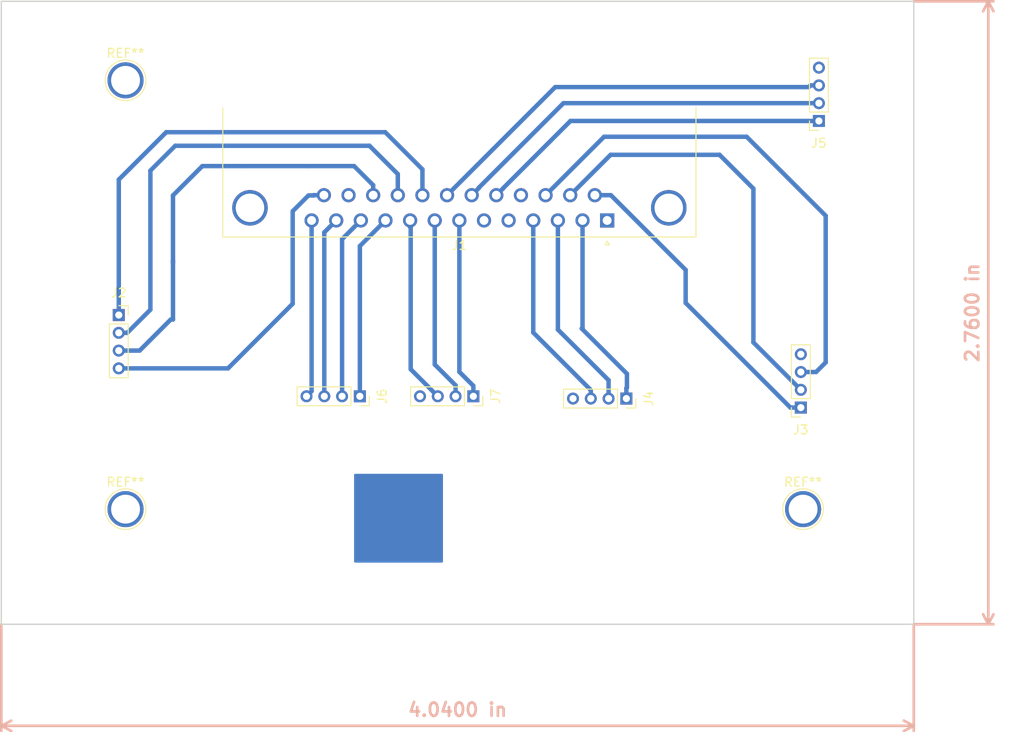
<source format=kicad_pcb>
(kicad_pcb (version 20171130) (host pcbnew 5.0.1-33cea8e~68~ubuntu16.04.1)

  (general
    (thickness 1.6)
    (drawings 7)
    (tracks 90)
    (zones 0)
    (modules 10)
    (nets 30)
  )

  (page A4)
  (title_block
    (title "Placa do elevador - DB25 MACHO")
    (date 2018-11-08)
    (company "Arthur Lorencini Bergamaschi")
    (comment 1 UFES)
  )

  (layers
    (0 F.Cu signal)
    (31 B.Cu signal)
    (32 B.Adhes user)
    (33 F.Adhes user)
    (34 B.Paste user)
    (35 F.Paste user)
    (36 B.SilkS user)
    (37 F.SilkS user)
    (38 B.Mask user)
    (39 F.Mask user)
    (40 Dwgs.User user)
    (41 Cmts.User user)
    (42 Eco1.User user)
    (43 Eco2.User user)
    (44 Edge.Cuts user)
    (45 Margin user)
    (46 B.CrtYd user)
    (47 F.CrtYd user)
    (48 B.Fab user)
    (49 F.Fab user)
  )

  (setup
    (last_trace_width 0.5)
    (trace_clearance 0.2)
    (zone_clearance 0.508)
    (zone_45_only no)
    (trace_min 0.2)
    (segment_width 0.2)
    (edge_width 0.15)
    (via_size 0.8)
    (via_drill 0.4)
    (via_min_size 0.4)
    (via_min_drill 0.3)
    (uvia_size 0.3)
    (uvia_drill 0.1)
    (uvias_allowed no)
    (uvia_min_size 0.2)
    (uvia_min_drill 0.1)
    (pcb_text_width 0.3)
    (pcb_text_size 1.5 1.5)
    (mod_edge_width 0.15)
    (mod_text_size 1 1)
    (mod_text_width 0.15)
    (pad_size 4 4)
    (pad_drill 3.2)
    (pad_to_mask_clearance 0.2)
    (solder_mask_min_width 0.25)
    (aux_axis_origin 0 0)
    (grid_origin 100.33 106.934)
    (visible_elements 7FFFFFFF)
    (pcbplotparams
      (layerselection 0x010fc_ffffffff)
      (usegerberextensions false)
      (usegerberattributes false)
      (usegerberadvancedattributes false)
      (creategerberjobfile false)
      (excludeedgelayer false)
      (linewidth 0.100000)
      (plotframeref false)
      (viasonmask false)
      (mode 1)
      (useauxorigin false)
      (hpglpennumber 1)
      (hpglpenspeed 20)
      (hpglpendiameter 15.000000)
      (psnegative false)
      (psa4output false)
      (plotreference true)
      (plotvalue true)
      (plotinvisibletext false)
      (padsonsilk false)
      (subtractmaskfromsilk false)
      (outputformat 4)
      (mirror false)
      (drillshape 0)
      (scaleselection 1)
      (outputdirectory "output/pdf/"))
  )

  (net 0 "")
  (net 1 "Net-(J1-Pad1)")
  (net 2 "Net-(J1-Pad5)")
  (net 3 "Net-(J1-Pad6)")
  (net 4 "Net-(J1-Pad17)")
  (net 5 "Net-(J1-Pad24)")
  (net 6 "Net-(J5-Pad4)")
  (net 7 "Net-(J7-Pad4)")
  (net 8 B2)
  (net 9 B4)
  (net 10 B1)
  (net 11 L4)
  (net 12 L6)
  (net 13 M1)
  (net 14 L2)
  (net 15 L5)
  (net 16 L3)
  (net 17 L1)
  (net 18 B6)
  (net 19 B3)
  (net 20 B5)
  (net 21 LC)
  (net 22 Sensor)
  (net 23 M2)
  (net 24 +5V)
  (net 25 +5VA)
  (net 26 +12V)
  (net 27 GND)
  (net 28 "Net-(J3-Pad4)")
  (net 29 "Net-(J4-Pad4)")

  (net_class Default "This is the default net class."
    (clearance 0.2)
    (trace_width 0.5)
    (via_dia 0.8)
    (via_drill 0.4)
    (uvia_dia 0.3)
    (uvia_drill 0.1)
    (add_net +12V)
    (add_net +5V)
    (add_net +5VA)
    (add_net B1)
    (add_net B2)
    (add_net B3)
    (add_net B4)
    (add_net B5)
    (add_net B6)
    (add_net GND)
    (add_net L1)
    (add_net L2)
    (add_net L3)
    (add_net L4)
    (add_net L5)
    (add_net L6)
    (add_net LC)
    (add_net M1)
    (add_net M2)
    (add_net "Net-(J1-Pad1)")
    (add_net "Net-(J1-Pad17)")
    (add_net "Net-(J1-Pad24)")
    (add_net "Net-(J1-Pad5)")
    (add_net "Net-(J1-Pad6)")
    (add_net "Net-(J3-Pad4)")
    (add_net "Net-(J4-Pad4)")
    (add_net "Net-(J5-Pad4)")
    (add_net "Net-(J7-Pad4)")
    (add_net Sensor)
  )

  (net_class POWER ""
    (clearance 0.2)
    (trace_width 0.8)
    (via_dia 0.8)
    (via_drill 0.4)
    (uvia_dia 0.3)
    (uvia_drill 0.1)
  )

  (module Connectors:1pin (layer F.Cu) (tedit 5BE44C85) (tstamp 5BE44DDE)
    (at 114.3 45.72)
    (descr "module 1 pin (ou trou mecanique de percage)")
    (tags DEV)
    (fp_text reference REF** (at 0 -3.048) (layer F.SilkS)
      (effects (font (size 1 1) (thickness 0.15)))
    )
    (fp_text value 1pin (at 0 3) (layer F.Fab)
      (effects (font (size 1 1) (thickness 0.15)))
    )
    (fp_circle (center 0 0) (end 2 0.8) (layer F.Fab) (width 0.1))
    (fp_circle (center 0 0) (end 2.6 0) (layer F.CrtYd) (width 0.05))
    (fp_circle (center 0 0) (end 0 -2.286) (layer F.SilkS) (width 0.12))
    (pad 1 thru_hole circle (at 0 0) (size 4.064 4.064) (drill 3.248) (layers *.Cu *.Mask))
  )

  (module Connectors:1pin (layer F.Cu) (tedit 5BE44C85) (tstamp 5BE44D17)
    (at 114.3 93.98)
    (descr "module 1 pin (ou trou mecanique de percage)")
    (tags DEV)
    (fp_text reference REF** (at 0 -3.048) (layer F.SilkS)
      (effects (font (size 1 1) (thickness 0.15)))
    )
    (fp_text value 1pin (at 0 3) (layer F.Fab)
      (effects (font (size 1 1) (thickness 0.15)))
    )
    (fp_circle (center 0 0) (end 0 -2.286) (layer F.SilkS) (width 0.12))
    (fp_circle (center 0 0) (end 2.6 0) (layer F.CrtYd) (width 0.05))
    (fp_circle (center 0 0) (end 2 0.8) (layer F.Fab) (width 0.1))
    (pad 1 thru_hole circle (at 0 0) (size 4.064 4.064) (drill 3.248) (layers *.Cu *.Mask))
  )

  (module Connector_Dsub:DSUB-25_Male_Horizontal_P2.77x2.84mm_EdgePinOffset9.90mm_Housed_MountingHolesOffset11.32mm (layer F.Cu) (tedit 59FEDEE2) (tstamp 5BD0A4D7)
    (at 168.463001 61.488339 180)
    (descr "25-pin D-Sub connector, horizontal/angled (90 deg), THT-mount, male, pitch 2.77x2.84mm, pin-PCB-offset 9.9mm, distance of mounting holes 47.1mm, distance of mounting holes to PCB edge 11.32mm, see https://disti-assets.s3.amazonaws.com/tonar/files/datasheets/16730.pdf")
    (tags "25-pin D-Sub connector horizontal angled 90deg THT male pitch 2.77x2.84mm pin-PCB-offset 9.9mm mounting-holes-distance 47.1mm mounting-hole-offset 47.1mm")
    (path /5BBD7A36)
    (fp_text reference J1 (at 16.62 -2.8 180) (layer F.SilkS)
      (effects (font (size 1 1) (thickness 0.15)))
    )
    (fp_text value DB25_Male (at 16.62 20.64 180) (layer F.Fab)
      (effects (font (size 1 1) (thickness 0.15)))
    )
    (fp_text user %R (at 16.62 16.14 180) (layer F.Fab)
      (effects (font (size 1 1) (thickness 0.15)))
    )
    (fp_line (start 43.7 -2.35) (end -10.45 -2.35) (layer F.CrtYd) (width 0.05))
    (fp_line (start 43.7 19.65) (end 43.7 -2.35) (layer F.CrtYd) (width 0.05))
    (fp_line (start -10.45 19.65) (end 43.7 19.65) (layer F.CrtYd) (width 0.05))
    (fp_line (start -10.45 -2.35) (end -10.45 19.65) (layer F.CrtYd) (width 0.05))
    (fp_line (start 0 -2.321325) (end -0.25 -2.754338) (layer F.SilkS) (width 0.12))
    (fp_line (start 0.25 -2.754338) (end 0 -2.321325) (layer F.SilkS) (width 0.12))
    (fp_line (start -0.25 -2.754338) (end 0.25 -2.754338) (layer F.SilkS) (width 0.12))
    (fp_line (start 43.23 -1.86) (end 43.23 12.68) (layer F.SilkS) (width 0.12))
    (fp_line (start -9.99 -1.86) (end 43.23 -1.86) (layer F.SilkS) (width 0.12))
    (fp_line (start -9.99 12.68) (end -9.99 -1.86) (layer F.SilkS) (width 0.12))
    (fp_line (start 41.77 12.74) (end 41.77 1.42) (layer F.Fab) (width 0.1))
    (fp_line (start 38.57 12.74) (end 38.57 1.42) (layer F.Fab) (width 0.1))
    (fp_line (start -5.33 12.74) (end -5.33 1.42) (layer F.Fab) (width 0.1))
    (fp_line (start -8.53 12.74) (end -8.53 1.42) (layer F.Fab) (width 0.1))
    (fp_line (start 42.67 13.14) (end 37.67 13.14) (layer F.Fab) (width 0.1))
    (fp_line (start 42.67 18.14) (end 42.67 13.14) (layer F.Fab) (width 0.1))
    (fp_line (start 37.67 18.14) (end 42.67 18.14) (layer F.Fab) (width 0.1))
    (fp_line (start 37.67 13.14) (end 37.67 18.14) (layer F.Fab) (width 0.1))
    (fp_line (start -4.43 13.14) (end -9.43 13.14) (layer F.Fab) (width 0.1))
    (fp_line (start -4.43 18.14) (end -4.43 13.14) (layer F.Fab) (width 0.1))
    (fp_line (start -9.43 18.14) (end -4.43 18.14) (layer F.Fab) (width 0.1))
    (fp_line (start -9.43 13.14) (end -9.43 18.14) (layer F.Fab) (width 0.1))
    (fp_line (start 35.77 13.14) (end -2.53 13.14) (layer F.Fab) (width 0.1))
    (fp_line (start 35.77 19.14) (end 35.77 13.14) (layer F.Fab) (width 0.1))
    (fp_line (start -2.53 19.14) (end 35.77 19.14) (layer F.Fab) (width 0.1))
    (fp_line (start -2.53 13.14) (end -2.53 19.14) (layer F.Fab) (width 0.1))
    (fp_line (start 43.17 12.74) (end -9.93 12.74) (layer F.Fab) (width 0.1))
    (fp_line (start 43.17 13.14) (end 43.17 12.74) (layer F.Fab) (width 0.1))
    (fp_line (start -9.93 13.14) (end 43.17 13.14) (layer F.Fab) (width 0.1))
    (fp_line (start -9.93 12.74) (end -9.93 13.14) (layer F.Fab) (width 0.1))
    (fp_line (start 43.17 -1.8) (end -9.93 -1.8) (layer F.Fab) (width 0.1))
    (fp_line (start 43.17 12.74) (end 43.17 -1.8) (layer F.Fab) (width 0.1))
    (fp_line (start -9.93 12.74) (end 43.17 12.74) (layer F.Fab) (width 0.1))
    (fp_line (start -9.93 -1.8) (end -9.93 12.74) (layer F.Fab) (width 0.1))
    (fp_arc (start 40.17 1.42) (end 38.57 1.42) (angle 180) (layer F.Fab) (width 0.1))
    (fp_arc (start -6.93 1.42) (end -8.53 1.42) (angle 180) (layer F.Fab) (width 0.1))
    (pad 0 thru_hole circle (at 40.17 1.42 180) (size 4 4) (drill 3.2) (layers *.Cu *.Mask))
    (pad 0 thru_hole circle (at -6.93 1.42 180) (size 4 4) (drill 3.2) (layers *.Cu *.Mask))
    (pad 25 thru_hole circle (at 31.855 2.84 180) (size 1.6 1.6) (drill 1) (layers *.Cu *.Mask)
      (net 27 GND))
    (pad 24 thru_hole circle (at 29.085 2.84 180) (size 1.6 1.6) (drill 1) (layers *.Cu *.Mask)
      (net 5 "Net-(J1-Pad24)"))
    (pad 23 thru_hole circle (at 26.315 2.84 180) (size 1.6 1.6) (drill 1) (layers *.Cu *.Mask)
      (net 26 +12V))
    (pad 22 thru_hole circle (at 23.545 2.84 180) (size 1.6 1.6) (drill 1) (layers *.Cu *.Mask)
      (net 25 +5VA))
    (pad 21 thru_hole circle (at 20.775 2.84 180) (size 1.6 1.6) (drill 1) (layers *.Cu *.Mask)
      (net 24 +5V))
    (pad 20 thru_hole circle (at 18.005 2.84 180) (size 1.6 1.6) (drill 1) (layers *.Cu *.Mask)
      (net 23 M2))
    (pad 19 thru_hole circle (at 15.235 2.84 180) (size 1.6 1.6) (drill 1) (layers *.Cu *.Mask)
      (net 22 Sensor))
    (pad 18 thru_hole circle (at 12.465 2.84 180) (size 1.6 1.6) (drill 1) (layers *.Cu *.Mask)
      (net 21 LC))
    (pad 17 thru_hole circle (at 9.695 2.84 180) (size 1.6 1.6) (drill 1) (layers *.Cu *.Mask)
      (net 4 "Net-(J1-Pad17)"))
    (pad 16 thru_hole circle (at 6.925 2.84 180) (size 1.6 1.6) (drill 1) (layers *.Cu *.Mask)
      (net 20 B5))
    (pad 15 thru_hole circle (at 4.155 2.84 180) (size 1.6 1.6) (drill 1) (layers *.Cu *.Mask)
      (net 19 B3))
    (pad 14 thru_hole circle (at 1.385 2.84 180) (size 1.6 1.6) (drill 1) (layers *.Cu *.Mask)
      (net 18 B6))
    (pad 13 thru_hole circle (at 33.24 0 180) (size 1.6 1.6) (drill 1) (layers *.Cu *.Mask)
      (net 17 L1))
    (pad 12 thru_hole circle (at 30.47 0 180) (size 1.6 1.6) (drill 1) (layers *.Cu *.Mask)
      (net 16 L3))
    (pad 11 thru_hole circle (at 27.7 0 180) (size 1.6 1.6) (drill 1) (layers *.Cu *.Mask)
      (net 15 L5))
    (pad 10 thru_hole circle (at 24.93 0 180) (size 1.6 1.6) (drill 1) (layers *.Cu *.Mask)
      (net 14 L2))
    (pad 9 thru_hole circle (at 22.16 0 180) (size 1.6 1.6) (drill 1) (layers *.Cu *.Mask)
      (net 13 M1))
    (pad 8 thru_hole circle (at 19.39 0 180) (size 1.6 1.6) (drill 1) (layers *.Cu *.Mask)
      (net 12 L6))
    (pad 7 thru_hole circle (at 16.62 0 180) (size 1.6 1.6) (drill 1) (layers *.Cu *.Mask)
      (net 11 L4))
    (pad 6 thru_hole circle (at 13.85 0 180) (size 1.6 1.6) (drill 1) (layers *.Cu *.Mask)
      (net 3 "Net-(J1-Pad6)"))
    (pad 5 thru_hole circle (at 11.08 0 180) (size 1.6 1.6) (drill 1) (layers *.Cu *.Mask)
      (net 2 "Net-(J1-Pad5)"))
    (pad 4 thru_hole circle (at 8.31 0 180) (size 1.6 1.6) (drill 1) (layers *.Cu *.Mask)
      (net 10 B1))
    (pad 3 thru_hole circle (at 5.54 0 180) (size 1.6 1.6) (drill 1) (layers *.Cu *.Mask)
      (net 9 B4))
    (pad 2 thru_hole circle (at 2.77 0 180) (size 1.6 1.6) (drill 1) (layers *.Cu *.Mask)
      (net 8 B2))
    (pad 1 thru_hole rect (at 0 0 180) (size 1.6 1.6) (drill 1) (layers *.Cu *.Mask)
      (net 1 "Net-(J1-Pad1)"))
    (model ${KISYS3DMOD}/Connector_Dsub.3dshapes/DSUB-25_Male_Horizontal_P2.77x2.84mm_EdgePinOffset9.90mm_Housed_MountingHolesOffset11.32mm.wrl
      (at (xyz 0 0 0))
      (scale (xyz 1 1 1))
      (rotate (xyz 0 0 0))
    )
  )

  (module Connector_PinSocket_2.00mm:PinSocket_1x04_P2.00mm_Vertical (layer F.Cu) (tedit 5A19A425) (tstamp 5BD0A421)
    (at 113.538 72.136)
    (descr "Through hole straight socket strip, 1x04, 2.00mm pitch, single row (from Kicad 4.0.7), script generated")
    (tags "Through hole socket strip THT 1x04 2.00mm single row")
    (path /5BBD5659)
    (fp_text reference J2 (at 0 -2.5) (layer F.SilkS)
      (effects (font (size 1 1) (thickness 0.15)))
    )
    (fp_text value Conn_01x04 (at 0 8.5) (layer F.Fab)
      (effects (font (size 1 1) (thickness 0.15)))
    )
    (fp_text user %R (at 0 3 90) (layer F.Fab)
      (effects (font (size 1 1) (thickness 0.15)))
    )
    (fp_line (start -1.5 7.5) (end -1.5 -1.5) (layer F.CrtYd) (width 0.05))
    (fp_line (start 1.5 7.5) (end -1.5 7.5) (layer F.CrtYd) (width 0.05))
    (fp_line (start 1.5 -1.5) (end 1.5 7.5) (layer F.CrtYd) (width 0.05))
    (fp_line (start -1.5 -1.5) (end 1.5 -1.5) (layer F.CrtYd) (width 0.05))
    (fp_line (start 0 -1.06) (end 1.06 -1.06) (layer F.SilkS) (width 0.12))
    (fp_line (start 1.06 -1.06) (end 1.06 0) (layer F.SilkS) (width 0.12))
    (fp_line (start 1.06 1) (end 1.06 7.06) (layer F.SilkS) (width 0.12))
    (fp_line (start -1.06 7.06) (end 1.06 7.06) (layer F.SilkS) (width 0.12))
    (fp_line (start -1.06 1) (end -1.06 7.06) (layer F.SilkS) (width 0.12))
    (fp_line (start -1.06 1) (end 1.06 1) (layer F.SilkS) (width 0.12))
    (fp_line (start -1 7) (end -1 -1) (layer F.Fab) (width 0.1))
    (fp_line (start 1 7) (end -1 7) (layer F.Fab) (width 0.1))
    (fp_line (start 1 -0.5) (end 1 7) (layer F.Fab) (width 0.1))
    (fp_line (start 0.5 -1) (end 1 -0.5) (layer F.Fab) (width 0.1))
    (fp_line (start -1 -1) (end 0.5 -1) (layer F.Fab) (width 0.1))
    (pad 4 thru_hole oval (at 0 6) (size 1.35 1.35) (drill 0.8) (layers *.Cu *.Mask)
      (net 27 GND))
    (pad 3 thru_hole oval (at 0 4) (size 1.35 1.35) (drill 0.8) (layers *.Cu *.Mask)
      (net 26 +12V))
    (pad 2 thru_hole oval (at 0 2) (size 1.35 1.35) (drill 0.8) (layers *.Cu *.Mask)
      (net 25 +5VA))
    (pad 1 thru_hole rect (at 0 0) (size 1.35 1.35) (drill 0.8) (layers *.Cu *.Mask)
      (net 24 +5V))
    (model ${KISYS3DMOD}/Connector_PinSocket_2.00mm.3dshapes/PinSocket_1x04_P2.00mm_Vertical.wrl
      (at (xyz 0 0 0))
      (scale (xyz 1 1 1))
      (rotate (xyz 0 0 0))
    )
  )

  (module Connector_PinSocket_2.00mm:PinSocket_1x04_P2.00mm_Vertical (layer F.Cu) (tedit 5A19A425) (tstamp 5BD0A5BF)
    (at 190.246 82.55 180)
    (descr "Through hole straight socket strip, 1x04, 2.00mm pitch, single row (from Kicad 4.0.7), script generated")
    (tags "Through hole socket strip THT 1x04 2.00mm single row")
    (path /5BBD5423)
    (fp_text reference J3 (at 0 -2.5 180) (layer F.SilkS)
      (effects (font (size 1 1) (thickness 0.15)))
    )
    (fp_text value Conn_01x04 (at 0 8.5 180) (layer F.Fab)
      (effects (font (size 1 1) (thickness 0.15)))
    )
    (fp_line (start -1 -1) (end 0.5 -1) (layer F.Fab) (width 0.1))
    (fp_line (start 0.5 -1) (end 1 -0.5) (layer F.Fab) (width 0.1))
    (fp_line (start 1 -0.5) (end 1 7) (layer F.Fab) (width 0.1))
    (fp_line (start 1 7) (end -1 7) (layer F.Fab) (width 0.1))
    (fp_line (start -1 7) (end -1 -1) (layer F.Fab) (width 0.1))
    (fp_line (start -1.06 1) (end 1.06 1) (layer F.SilkS) (width 0.12))
    (fp_line (start -1.06 1) (end -1.06 7.06) (layer F.SilkS) (width 0.12))
    (fp_line (start -1.06 7.06) (end 1.06 7.06) (layer F.SilkS) (width 0.12))
    (fp_line (start 1.06 1) (end 1.06 7.06) (layer F.SilkS) (width 0.12))
    (fp_line (start 1.06 -1.06) (end 1.06 0) (layer F.SilkS) (width 0.12))
    (fp_line (start 0 -1.06) (end 1.06 -1.06) (layer F.SilkS) (width 0.12))
    (fp_line (start -1.5 -1.5) (end 1.5 -1.5) (layer F.CrtYd) (width 0.05))
    (fp_line (start 1.5 -1.5) (end 1.5 7.5) (layer F.CrtYd) (width 0.05))
    (fp_line (start 1.5 7.5) (end -1.5 7.5) (layer F.CrtYd) (width 0.05))
    (fp_line (start -1.5 7.5) (end -1.5 -1.5) (layer F.CrtYd) (width 0.05))
    (fp_text user %R (at 0 3 270) (layer F.Fab)
      (effects (font (size 1 1) (thickness 0.15)))
    )
    (pad 1 thru_hole rect (at 0 0 180) (size 1.35 1.35) (drill 0.8) (layers *.Cu *.Mask)
      (net 18 B6))
    (pad 2 thru_hole oval (at 0 2 180) (size 1.35 1.35) (drill 0.8) (layers *.Cu *.Mask)
      (net 19 B3))
    (pad 3 thru_hole oval (at 0 4 180) (size 1.35 1.35) (drill 0.8) (layers *.Cu *.Mask)
      (net 20 B5))
    (pad 4 thru_hole oval (at 0 6 180) (size 1.35 1.35) (drill 0.8) (layers *.Cu *.Mask)
      (net 28 "Net-(J3-Pad4)"))
    (model ${KISYS3DMOD}/Connector_PinSocket_2.00mm.3dshapes/PinSocket_1x04_P2.00mm_Vertical.wrl
      (at (xyz 0 0 0))
      (scale (xyz 1 1 1))
      (rotate (xyz 0 0 0))
    )
  )

  (module Connector_PinSocket_2.00mm:PinSocket_1x04_P2.00mm_Vertical (layer F.Cu) (tedit 5A19A425) (tstamp 5BD0A3CD)
    (at 170.624 81.534 270)
    (descr "Through hole straight socket strip, 1x04, 2.00mm pitch, single row (from Kicad 4.0.7), script generated")
    (tags "Through hole socket strip THT 1x04 2.00mm single row")
    (path /5BBD5485)
    (fp_text reference J4 (at 0 -2.5 270) (layer F.SilkS)
      (effects (font (size 1 1) (thickness 0.15)))
    )
    (fp_text value Conn_01x04 (at 0 8.5 270) (layer F.Fab)
      (effects (font (size 1 1) (thickness 0.15)))
    )
    (fp_text user %R (at 0 3) (layer F.Fab)
      (effects (font (size 1 1) (thickness 0.15)))
    )
    (fp_line (start -1.5 7.5) (end -1.5 -1.5) (layer F.CrtYd) (width 0.05))
    (fp_line (start 1.5 7.5) (end -1.5 7.5) (layer F.CrtYd) (width 0.05))
    (fp_line (start 1.5 -1.5) (end 1.5 7.5) (layer F.CrtYd) (width 0.05))
    (fp_line (start -1.5 -1.5) (end 1.5 -1.5) (layer F.CrtYd) (width 0.05))
    (fp_line (start 0 -1.06) (end 1.06 -1.06) (layer F.SilkS) (width 0.12))
    (fp_line (start 1.06 -1.06) (end 1.06 0) (layer F.SilkS) (width 0.12))
    (fp_line (start 1.06 1) (end 1.06 7.06) (layer F.SilkS) (width 0.12))
    (fp_line (start -1.06 7.06) (end 1.06 7.06) (layer F.SilkS) (width 0.12))
    (fp_line (start -1.06 1) (end -1.06 7.06) (layer F.SilkS) (width 0.12))
    (fp_line (start -1.06 1) (end 1.06 1) (layer F.SilkS) (width 0.12))
    (fp_line (start -1 7) (end -1 -1) (layer F.Fab) (width 0.1))
    (fp_line (start 1 7) (end -1 7) (layer F.Fab) (width 0.1))
    (fp_line (start 1 -0.5) (end 1 7) (layer F.Fab) (width 0.1))
    (fp_line (start 0.5 -1) (end 1 -0.5) (layer F.Fab) (width 0.1))
    (fp_line (start -1 -1) (end 0.5 -1) (layer F.Fab) (width 0.1))
    (pad 4 thru_hole oval (at 0 6 270) (size 1.35 1.35) (drill 0.8) (layers *.Cu *.Mask)
      (net 29 "Net-(J4-Pad4)"))
    (pad 3 thru_hole oval (at 0 4 270) (size 1.35 1.35) (drill 0.8) (layers *.Cu *.Mask)
      (net 10 B1))
    (pad 2 thru_hole oval (at 0 2 270) (size 1.35 1.35) (drill 0.8) (layers *.Cu *.Mask)
      (net 9 B4))
    (pad 1 thru_hole rect (at 0 0 270) (size 1.35 1.35) (drill 0.8) (layers *.Cu *.Mask)
      (net 8 B2))
    (model ${KISYS3DMOD}/Connector_PinSocket_2.00mm.3dshapes/PinSocket_1x04_P2.00mm_Vertical.wrl
      (at (xyz 0 0 0))
      (scale (xyz 1 1 1))
      (rotate (xyz 0 0 0))
    )
  )

  (module Connector_PinSocket_2.00mm:PinSocket_1x04_P2.00mm_Vertical (layer F.Cu) (tedit 5A19A425) (tstamp 5BD0A298)
    (at 192.278 50.292 180)
    (descr "Through hole straight socket strip, 1x04, 2.00mm pitch, single row (from Kicad 4.0.7), script generated")
    (tags "Through hole socket strip THT 1x04 2.00mm single row")
    (path /5BBD54BF)
    (fp_text reference J5 (at 0 -2.5 180) (layer F.SilkS)
      (effects (font (size 1 1) (thickness 0.15)))
    )
    (fp_text value Conn_01x04 (at 0 8.5 180) (layer F.Fab)
      (effects (font (size 1 1) (thickness 0.15)))
    )
    (fp_line (start -1 -1) (end 0.5 -1) (layer F.Fab) (width 0.1))
    (fp_line (start 0.5 -1) (end 1 -0.5) (layer F.Fab) (width 0.1))
    (fp_line (start 1 -0.5) (end 1 7) (layer F.Fab) (width 0.1))
    (fp_line (start 1 7) (end -1 7) (layer F.Fab) (width 0.1))
    (fp_line (start -1 7) (end -1 -1) (layer F.Fab) (width 0.1))
    (fp_line (start -1.06 1) (end 1.06 1) (layer F.SilkS) (width 0.12))
    (fp_line (start -1.06 1) (end -1.06 7.06) (layer F.SilkS) (width 0.12))
    (fp_line (start -1.06 7.06) (end 1.06 7.06) (layer F.SilkS) (width 0.12))
    (fp_line (start 1.06 1) (end 1.06 7.06) (layer F.SilkS) (width 0.12))
    (fp_line (start 1.06 -1.06) (end 1.06 0) (layer F.SilkS) (width 0.12))
    (fp_line (start 0 -1.06) (end 1.06 -1.06) (layer F.SilkS) (width 0.12))
    (fp_line (start -1.5 -1.5) (end 1.5 -1.5) (layer F.CrtYd) (width 0.05))
    (fp_line (start 1.5 -1.5) (end 1.5 7.5) (layer F.CrtYd) (width 0.05))
    (fp_line (start 1.5 7.5) (end -1.5 7.5) (layer F.CrtYd) (width 0.05))
    (fp_line (start -1.5 7.5) (end -1.5 -1.5) (layer F.CrtYd) (width 0.05))
    (fp_text user %R (at 0 3 270) (layer F.Fab)
      (effects (font (size 1 1) (thickness 0.15)))
    )
    (pad 1 thru_hole rect (at 0 0 180) (size 1.35 1.35) (drill 0.8) (layers *.Cu *.Mask)
      (net 21 LC))
    (pad 2 thru_hole oval (at 0 2 180) (size 1.35 1.35) (drill 0.8) (layers *.Cu *.Mask)
      (net 22 Sensor))
    (pad 3 thru_hole oval (at 0 4 180) (size 1.35 1.35) (drill 0.8) (layers *.Cu *.Mask)
      (net 23 M2))
    (pad 4 thru_hole oval (at 0 6 180) (size 1.35 1.35) (drill 0.8) (layers *.Cu *.Mask)
      (net 6 "Net-(J5-Pad4)"))
    (model ${KISYS3DMOD}/Connector_PinSocket_2.00mm.3dshapes/PinSocket_1x04_P2.00mm_Vertical.wrl
      (at (xyz 0 0 0))
      (scale (xyz 1 1 1))
      (rotate (xyz 0 0 0))
    )
  )

  (module Connector_PinSocket_2.00mm:PinSocket_1x04_P2.00mm_Vertical (layer F.Cu) (tedit 5A19A425) (tstamp 5BD0A466)
    (at 140.652 81.28 270)
    (descr "Through hole straight socket strip, 1x04, 2.00mm pitch, single row (from Kicad 4.0.7), script generated")
    (tags "Through hole socket strip THT 1x04 2.00mm single row")
    (path /5BBD5505)
    (fp_text reference J6 (at 0 -2.5 270) (layer F.SilkS)
      (effects (font (size 1 1) (thickness 0.15)))
    )
    (fp_text value Conn_01x04 (at 0 8.5 270) (layer F.Fab)
      (effects (font (size 1 1) (thickness 0.15)))
    )
    (fp_text user %R (at 0 3) (layer F.Fab)
      (effects (font (size 1 1) (thickness 0.15)))
    )
    (fp_line (start -1.5 7.5) (end -1.5 -1.5) (layer F.CrtYd) (width 0.05))
    (fp_line (start 1.5 7.5) (end -1.5 7.5) (layer F.CrtYd) (width 0.05))
    (fp_line (start 1.5 -1.5) (end 1.5 7.5) (layer F.CrtYd) (width 0.05))
    (fp_line (start -1.5 -1.5) (end 1.5 -1.5) (layer F.CrtYd) (width 0.05))
    (fp_line (start 0 -1.06) (end 1.06 -1.06) (layer F.SilkS) (width 0.12))
    (fp_line (start 1.06 -1.06) (end 1.06 0) (layer F.SilkS) (width 0.12))
    (fp_line (start 1.06 1) (end 1.06 7.06) (layer F.SilkS) (width 0.12))
    (fp_line (start -1.06 7.06) (end 1.06 7.06) (layer F.SilkS) (width 0.12))
    (fp_line (start -1.06 1) (end -1.06 7.06) (layer F.SilkS) (width 0.12))
    (fp_line (start -1.06 1) (end 1.06 1) (layer F.SilkS) (width 0.12))
    (fp_line (start -1 7) (end -1 -1) (layer F.Fab) (width 0.1))
    (fp_line (start 1 7) (end -1 7) (layer F.Fab) (width 0.1))
    (fp_line (start 1 -0.5) (end 1 7) (layer F.Fab) (width 0.1))
    (fp_line (start 0.5 -1) (end 1 -0.5) (layer F.Fab) (width 0.1))
    (fp_line (start -1 -1) (end 0.5 -1) (layer F.Fab) (width 0.1))
    (pad 4 thru_hole oval (at 0 6 270) (size 1.35 1.35) (drill 0.8) (layers *.Cu *.Mask)
      (net 17 L1))
    (pad 3 thru_hole oval (at 0 4 270) (size 1.35 1.35) (drill 0.8) (layers *.Cu *.Mask)
      (net 16 L3))
    (pad 2 thru_hole oval (at 0 2 270) (size 1.35 1.35) (drill 0.8) (layers *.Cu *.Mask)
      (net 15 L5))
    (pad 1 thru_hole rect (at 0 0 270) (size 1.35 1.35) (drill 0.8) (layers *.Cu *.Mask)
      (net 14 L2))
    (model ${KISYS3DMOD}/Connector_PinSocket_2.00mm.3dshapes/PinSocket_1x04_P2.00mm_Vertical.wrl
      (at (xyz 0 0 0))
      (scale (xyz 1 1 1))
      (rotate (xyz 0 0 0))
    )
  )

  (module Connector_PinSocket_2.00mm:PinSocket_1x04_P2.00mm_Vertical (layer F.Cu) (tedit 5A19A425) (tstamp 5BD0A2E0)
    (at 153.416 81.28 270)
    (descr "Through hole straight socket strip, 1x04, 2.00mm pitch, single row (from Kicad 4.0.7), script generated")
    (tags "Through hole socket strip THT 1x04 2.00mm single row")
    (path /5BBD55F7)
    (fp_text reference J7 (at 0 -2.5 270) (layer F.SilkS)
      (effects (font (size 1 1) (thickness 0.15)))
    )
    (fp_text value Conn_01x04 (at 0 8.5 270) (layer F.Fab)
      (effects (font (size 1 1) (thickness 0.15)))
    )
    (fp_line (start -1 -1) (end 0.5 -1) (layer F.Fab) (width 0.1))
    (fp_line (start 0.5 -1) (end 1 -0.5) (layer F.Fab) (width 0.1))
    (fp_line (start 1 -0.5) (end 1 7) (layer F.Fab) (width 0.1))
    (fp_line (start 1 7) (end -1 7) (layer F.Fab) (width 0.1))
    (fp_line (start -1 7) (end -1 -1) (layer F.Fab) (width 0.1))
    (fp_line (start -1.06 1) (end 1.06 1) (layer F.SilkS) (width 0.12))
    (fp_line (start -1.06 1) (end -1.06 7.06) (layer F.SilkS) (width 0.12))
    (fp_line (start -1.06 7.06) (end 1.06 7.06) (layer F.SilkS) (width 0.12))
    (fp_line (start 1.06 1) (end 1.06 7.06) (layer F.SilkS) (width 0.12))
    (fp_line (start 1.06 -1.06) (end 1.06 0) (layer F.SilkS) (width 0.12))
    (fp_line (start 0 -1.06) (end 1.06 -1.06) (layer F.SilkS) (width 0.12))
    (fp_line (start -1.5 -1.5) (end 1.5 -1.5) (layer F.CrtYd) (width 0.05))
    (fp_line (start 1.5 -1.5) (end 1.5 7.5) (layer F.CrtYd) (width 0.05))
    (fp_line (start 1.5 7.5) (end -1.5 7.5) (layer F.CrtYd) (width 0.05))
    (fp_line (start -1.5 7.5) (end -1.5 -1.5) (layer F.CrtYd) (width 0.05))
    (fp_text user %R (at 0 3) (layer F.Fab)
      (effects (font (size 1 1) (thickness 0.15)))
    )
    (pad 1 thru_hole rect (at 0 0 270) (size 1.35 1.35) (drill 0.8) (layers *.Cu *.Mask)
      (net 11 L4))
    (pad 2 thru_hole oval (at 0 2 270) (size 1.35 1.35) (drill 0.8) (layers *.Cu *.Mask)
      (net 12 L6))
    (pad 3 thru_hole oval (at 0 4 270) (size 1.35 1.35) (drill 0.8) (layers *.Cu *.Mask)
      (net 13 M1))
    (pad 4 thru_hole oval (at 0 6 270) (size 1.35 1.35) (drill 0.8) (layers *.Cu *.Mask)
      (net 7 "Net-(J7-Pad4)"))
    (model ${KISYS3DMOD}/Connector_PinSocket_2.00mm.3dshapes/PinSocket_1x04_P2.00mm_Vertical.wrl
      (at (xyz 0 0 0))
      (scale (xyz 1 1 1))
      (rotate (xyz 0 0 0))
    )
  )

  (module Connectors:1pin (layer F.Cu) (tedit 5BE44C85) (tstamp 5BE44C77)
    (at 190.5 93.98)
    (descr "module 1 pin (ou trou mecanique de percage)")
    (tags DEV)
    (fp_text reference REF** (at 0 -3.048) (layer F.SilkS)
      (effects (font (size 1 1) (thickness 0.15)))
    )
    (fp_text value 1pin (at 0 3) (layer F.Fab)
      (effects (font (size 1 1) (thickness 0.15)))
    )
    (fp_circle (center 0 0) (end 2 0.8) (layer F.Fab) (width 0.1))
    (fp_circle (center 0 0) (end 2.6 0) (layer F.CrtYd) (width 0.05))
    (fp_circle (center 0 0) (end 0 -2.286) (layer F.SilkS) (width 0.12))
    (pad 1 thru_hole circle (at 0 0) (size 4.064 4.064) (drill 3.248) (layers *.Cu *.Mask))
  )

  (dimension 70.104 (width 0.3) (layer B.SilkS)
    (gr_text "70.104 mm" (at 213.428 71.882 270) (layer B.SilkS)
      (effects (font (size 1.5 1.5) (thickness 0.3)))
    )
    (feature1 (pts (xy 202.946 106.934) (xy 211.914421 106.934)))
    (feature2 (pts (xy 202.946 36.83) (xy 211.914421 36.83)))
    (crossbar (pts (xy 211.328 36.83) (xy 211.328 106.934)))
    (arrow1a (pts (xy 211.328 106.934) (xy 210.741579 105.807496)))
    (arrow1b (pts (xy 211.328 106.934) (xy 211.914421 105.807496)))
    (arrow2a (pts (xy 211.328 36.83) (xy 210.741579 37.956504)))
    (arrow2b (pts (xy 211.328 36.83) (xy 211.914421 37.956504)))
  )
  (dimension 102.616 (width 0.3) (layer B.SilkS)
    (gr_text "102.616 mm" (at 151.638 120.464) (layer B.SilkS)
      (effects (font (size 1.5 1.5) (thickness 0.3)))
    )
    (feature1 (pts (xy 202.946 106.934) (xy 202.946 118.950421)))
    (feature2 (pts (xy 100.33 106.934) (xy 100.33 118.950421)))
    (crossbar (pts (xy 100.33 118.364) (xy 202.946 118.364)))
    (arrow1a (pts (xy 202.946 118.364) (xy 201.819496 118.950421)))
    (arrow1b (pts (xy 202.946 118.364) (xy 201.819496 117.777579)))
    (arrow2a (pts (xy 100.33 118.364) (xy 101.456504 118.950421)))
    (arrow2b (pts (xy 100.33 118.364) (xy 101.456504 117.777579)))
  )
  (gr_line (start 100.33 106.934) (end 202.946 106.934) (layer Edge.Cuts) (width 0.15))
  (gr_line (start 100.33 36.83) (end 100.33 106.934) (layer Edge.Cuts) (width 0.15))
  (gr_line (start 202.946 94.742) (end 202.946 106.934) (layer Edge.Cuts) (width 0.15))
  (gr_line (start 202.946 36.83) (end 202.946 94.742) (layer Edge.Cuts) (width 0.15))
  (gr_line (start 100.33 36.83) (end 202.946 36.83) (layer Edge.Cuts) (width 0.15) (tstamp 5BD0A36F))

  (segment (start 170.624 80.359) (end 170.688 80.295) (width 0.5) (layer B.Cu) (net 8) (tstamp 5BD0A36C))
  (segment (start 170.624 81.534) (end 170.624 80.359) (width 0.5) (layer B.Cu) (net 8) (tstamp 5BD0A369))
  (segment (start 170.688 80.295) (end 170.688 78.74) (width 0.5) (layer B.Cu) (net 8) (tstamp 5BD0A2C7))
  (segment (start 170.688 78.74) (end 165.608 73.66) (width 0.5) (layer B.Cu) (net 8) (tstamp 5BD0A58E))
  (segment (start 165.693001 73.574999) (end 165.693001 61.488339) (width 0.5) (layer B.Cu) (net 8) (tstamp 5BD0A58B))
  (segment (start 165.608 73.66) (end 165.693001 73.574999) (width 0.5) (layer B.Cu) (net 8) (tstamp 5BD0A588))
  (segment (start 162.923001 73.769001) (end 162.923001 61.488339) (width 0.5) (layer B.Cu) (net 9) (tstamp 5BD0A579))
  (segment (start 168.624 79.47) (end 162.923001 73.769001) (width 0.5) (layer B.Cu) (net 9) (tstamp 5BD0A576))
  (segment (start 168.624 81.534) (end 168.624 79.47) (width 0.5) (layer B.Cu) (net 9) (tstamp 5BD0A573))
  (segment (start 160.153001 74.108407) (end 160.153001 61.488339) (width 0.5) (layer B.Cu) (net 10) (tstamp 5BD0A585))
  (segment (start 166.624 80.579406) (end 160.153001 74.108407) (width 0.5) (layer B.Cu) (net 10) (tstamp 5BD0A582))
  (segment (start 166.624 81.534) (end 166.624 80.579406) (width 0.5) (layer B.Cu) (net 10) (tstamp 5BD0A57F))
  (segment (start 153.416 81.28) (end 153.416 80.105) (width 0.5) (layer B.Cu) (net 11) (tstamp 5BD0A57C))
  (segment (start 151.843001 78.532001) (end 151.843001 61.488339) (width 0.5) (layer B.Cu) (net 11) (tstamp 5BD0A5A6))
  (segment (start 153.416 80.105) (end 151.843001 78.532001) (width 0.5) (layer B.Cu) (net 11) (tstamp 5BD0A27F))
  (segment (start 151.416 81.28) (end 151.416 80.042) (width 0.5) (layer B.Cu) (net 12) (tstamp 5BD0A5A0))
  (segment (start 149.073001 77.699001) (end 149.073001 61.488339) (width 0.5) (layer B.Cu) (net 12) (tstamp 5BD0A38D))
  (segment (start 151.416 80.042) (end 149.073001 77.699001) (width 0.5) (layer B.Cu) (net 12) (tstamp 5BD0A38A))
  (segment (start 149.416 81.28) (end 146.368 78.232) (width 0.5) (layer B.Cu) (net 13) (tstamp 5BD0A387))
  (segment (start 146.368 78.232) (end 146.368 62.294) (width 0.5) (layer B.Cu) (net 13) (tstamp 5BD0A27C))
  (segment (start 146.303001 62.229001) (end 146.303001 61.488339) (width 0.5) (layer B.Cu) (net 13) (tstamp 5BD0A279))
  (segment (start 146.368 62.294) (end 146.303001 62.229001) (width 0.5) (layer B.Cu) (net 13) (tstamp 5BD0A276))
  (segment (start 140.652 64.36934) (end 143.533001 61.488339) (width 0.5) (layer B.Cu) (net 14) (tstamp 5BD0A408))
  (segment (start 140.652 81.28) (end 140.652 64.36934) (width 0.5) (layer B.Cu) (net 14) (tstamp 5BD0A405))
  (segment (start 139.963002 62.288338) (end 140.763001 61.488339) (width 0.5) (layer B.Cu) (net 15) (tstamp 5BD0A402))
  (segment (start 138.652 63.59934) (end 139.963002 62.288338) (width 0.5) (layer B.Cu) (net 15) (tstamp 5BD0A3FF))
  (segment (start 138.652 81.28) (end 138.652 63.59934) (width 0.5) (layer B.Cu) (net 15) (tstamp 5BD0A3FC))
  (segment (start 136.652 62.82934) (end 137.993001 61.488339) (width 0.5) (layer B.Cu) (net 16) (tstamp 5BD0A384))
  (segment (start 136.652 81.28) (end 136.652 62.82934) (width 0.5) (layer B.Cu) (net 16) (tstamp 5BD0A381))
  (segment (start 135.223001 80.708999) (end 134.652 81.28) (width 0.5) (layer B.Cu) (net 17) (tstamp 5BD0A37E))
  (segment (start 135.223001 61.488339) (end 135.223001 80.708999) (width 0.5) (layer B.Cu) (net 17) (tstamp 5BD0A37B))
  (segment (start 167.078001 58.648339) (end 168.884339 58.648339) (width 0.5) (layer B.Cu) (net 18) (tstamp 5BD0A378))
  (segment (start 168.884339 58.648339) (end 177.292 67.056) (width 0.5) (layer B.Cu) (net 18) (tstamp 5BD0A375))
  (segment (start 189.071 82.55) (end 190.246 82.55) (width 0.5) (layer B.Cu) (net 18) (tstamp 5BD0A372))
  (segment (start 177.292 70.771) (end 189.071 82.55) (width 0.5) (layer B.Cu) (net 18) (tstamp 5BD0A324))
  (segment (start 177.292 67.056) (end 177.292 70.771) (width 0.5) (layer B.Cu) (net 18) (tstamp 5BD0A321))
  (segment (start 184.912 75.216) (end 184.912 57.912) (width 0.5) (layer B.Cu) (net 19) (tstamp 5BD0A31E))
  (segment (start 190.246 80.55) (end 184.912 75.216) (width 0.5) (layer B.Cu) (net 19) (tstamp 5BD0A31B))
  (segment (start 184.912 57.912) (end 181.102 54.102) (width 0.5) (layer B.Cu) (net 19) (tstamp 5BD0A318))
  (segment (start 168.85434 54.102) (end 164.308001 58.648339) (width 0.5) (layer B.Cu) (net 19) (tstamp 5BD0A315))
  (segment (start 181.102 54.102) (end 168.85434 54.102) (width 0.5) (layer B.Cu) (net 19) (tstamp 5BD0A312))
  (segment (start 190.246 78.55) (end 191.96 78.55) (width 0.5) (layer B.Cu) (net 20) (status 400000))
  (segment (start 168.11634 52.07) (end 161.538001 58.648339) (width 0.5) (layer B.Cu) (net 20) (tstamp 5BE467A3) (status 800000))
  (segment (start 184.15 52.07) (end 168.11634 52.07) (width 0.5) (layer B.Cu) (net 20) (tstamp 5BE467A1))
  (segment (start 193.04 60.96) (end 184.15 52.07) (width 0.5) (layer B.Cu) (net 20) (tstamp 5BE4679F))
  (segment (start 193.04 77.47) (end 193.04 60.96) (width 0.5) (layer B.Cu) (net 20) (tstamp 5BE4679E))
  (segment (start 191.96 78.55) (end 193.04 77.47) (width 0.5) (layer B.Cu) (net 20) (tstamp 5BE4679D))
  (segment (start 155.998001 58.648339) (end 156.798 57.84834) (width 0.5) (layer B.Cu) (net 21) (tstamp 5BD0A59D))
  (segment (start 164.338 50.292) (end 192.278 50.292) (width 0.5) (layer B.Cu) (net 21) (tstamp 5BD0A59A))
  (segment (start 156.798 57.832) (end 164.338 50.292) (width 0.5) (layer B.Cu) (net 21) (tstamp 5BD0A597))
  (segment (start 156.798 57.84834) (end 156.798 57.832) (width 0.5) (layer B.Cu) (net 21) (tstamp 5BD0A354))
  (segment (start 153.228001 58.648339) (end 154.028 57.84834) (width 0.5) (layer B.Cu) (net 22) (tstamp 5BD0A591))
  (segment (start 163.544 48.292) (end 192.278 48.292) (width 0.5) (layer B.Cu) (net 22) (tstamp 5BD0A351))
  (segment (start 154.028 57.808) (end 163.544 48.292) (width 0.5) (layer B.Cu) (net 22) (tstamp 5BD0A34E))
  (segment (start 154.028 57.84834) (end 154.028 57.808) (width 0.5) (layer B.Cu) (net 22) (tstamp 5BD0A594))
  (segment (start 192.278 46.292) (end 191.323406 46.292) (width 0.5) (layer B.Cu) (net 23) (tstamp 5BD0A348))
  (segment (start 162.62434 46.482) (end 150.458001 58.648339) (width 0.5) (layer B.Cu) (net 23) (tstamp 5BD0A345))
  (segment (start 191.133406 46.482) (end 162.62434 46.482) (width 0.5) (layer B.Cu) (net 23) (tstamp 5BD0A342))
  (segment (start 191.323406 46.292) (end 191.133406 46.482) (width 0.5) (layer B.Cu) (net 23) (tstamp 5BD0A34B))
  (segment (start 147.688001 55.740001) (end 147.688001 58.648339) (width 0.5) (layer B.Cu) (net 24) (tstamp 5BD0A33F))
  (segment (start 113.538 56.896) (end 118.872 51.562) (width 0.5) (layer B.Cu) (net 24) (tstamp 5BD0A33C))
  (segment (start 143.51 51.562) (end 147.688001 55.740001) (width 0.5) (layer B.Cu) (net 24) (tstamp 5BD0A339))
  (segment (start 113.538 72.136) (end 113.538 56.896) (width 0.5) (layer B.Cu) (net 24) (tstamp 5BD0A336))
  (segment (start 118.872 51.562) (end 143.51 51.562) (width 0.5) (layer B.Cu) (net 24) (tstamp 5BD0A333))
  (segment (start 144.918001 56.272001) (end 144.918001 58.648339) (width 0.5) (layer B.Cu) (net 25) (tstamp 5BD0A330))
  (segment (start 141.732 53.086) (end 144.918001 56.272001) (width 0.5) (layer B.Cu) (net 25) (tstamp 5BD0A32D))
  (segment (start 119.888 53.086) (end 141.732 53.086) (width 0.5) (layer B.Cu) (net 25) (tstamp 5BD0A32A))
  (segment (start 113.538 74.136) (end 114.492594 74.136) (width 0.5) (layer B.Cu) (net 25) (tstamp 5BD0A327))
  (segment (start 117.094 71.534594) (end 117.094 55.88) (width 0.5) (layer B.Cu) (net 25) (tstamp 5BD0A570))
  (segment (start 114.492594 74.136) (end 117.094 71.534594) (width 0.5) (layer B.Cu) (net 25) (tstamp 5BD0A56D))
  (segment (start 117.094 55.88) (end 119.888 53.086) (width 0.5) (layer B.Cu) (net 25) (tstamp 5BD0A56A))
  (segment (start 142.148001 57.516969) (end 140.003032 55.372) (width 0.5) (layer B.Cu) (net 26) (tstamp 5BD0A567))
  (segment (start 142.148001 58.648339) (end 142.148001 57.516969) (width 0.5) (layer B.Cu) (net 26) (tstamp 5BD0A564))
  (segment (start 140.003032 55.372) (end 134.874 55.372) (width 0.5) (layer B.Cu) (net 26) (tstamp 5BD0A561))
  (segment (start 134.874 55.372) (end 127.762 55.372) (width 0.5) (layer B.Cu) (net 26) (tstamp 5BD0A55E))
  (segment (start 127.762 55.372) (end 122.936 55.372) (width 0.5) (layer B.Cu) (net 26) (tstamp 5BD0A39C))
  (segment (start 122.936 55.372) (end 119.634 58.674) (width 0.5) (layer B.Cu) (net 26) (tstamp 5BD0A399))
  (segment (start 119.634 66.04) (end 119.634 72.644) (width 0.5) (layer B.Cu) (net 26) (tstamp 5BD0A5A3))
  (segment (start 119.634 58.674) (end 119.634 66.04) (width 0.5) (layer B.Cu) (net 26) (tstamp 5BD0A396))
  (segment (start 119.634 66.04) (end 119.634 66.294) (width 0.5) (layer B.Cu) (net 26) (tstamp 5BD0A393))
  (segment (start 119.634 72.644) (end 119.38 72.644) (width 0.5) (layer B.Cu) (net 26) (tstamp 5BD0A390))
  (segment (start 119.38 72.644) (end 115.888 76.136) (width 0.5) (layer B.Cu) (net 26) (tstamp 5BD0A3B4))
  (segment (start 115.888 76.136) (end 113.538 76.136) (width 0.5) (layer B.Cu) (net 26) (tstamp 5BD0A3B1))
  (segment (start 135.476631 58.648339) (end 135.45097 58.674) (width 0.5) (layer B.Cu) (net 27) (tstamp 5BD0A3AE))
  (segment (start 136.608001 58.648339) (end 135.476631 58.648339) (width 0.5) (layer B.Cu) (net 27) (tstamp 5BD0A3AB))
  (segment (start 135.45097 58.674) (end 134.874 58.674) (width 0.5) (layer B.Cu) (net 27) (tstamp 5BD0A3A8))
  (segment (start 134.874 58.674) (end 133.096 60.452) (width 0.5) (layer B.Cu) (net 27) (tstamp 5BD0A3A5))
  (segment (start 133.096 60.452) (end 133.096 70.866) (width 0.5) (layer B.Cu) (net 27) (tstamp 5BD0A3A2))
  (segment (start 125.826 78.136) (end 113.538 78.136) (width 0.5) (layer B.Cu) (net 27) (tstamp 5BD0A39F))
  (segment (start 133.096 70.866) (end 125.826 78.136) (width 0.5) (layer B.Cu) (net 27) (tstamp 5BD0A366))

  (zone (net 0) (net_name "") (layer B.Cu) (tstamp 5BE4CDAD) (hatch edge 0.508)
    (connect_pads (clearance 0.508))
    (min_thickness 0.254)
    (fill yes (arc_segments 16) (thermal_gap 0.508) (thermal_bridge_width 0.508))
    (polygon
      (pts
        (xy 140 90) (xy 140 100) (xy 150 100) (xy 150 90)
      )
    )
    (filled_polygon
      (pts
        (xy 149.873 99.873) (xy 140.127 99.873) (xy 140.127 90.127) (xy 149.873 90.127)
      )
    )
  )
)

</source>
